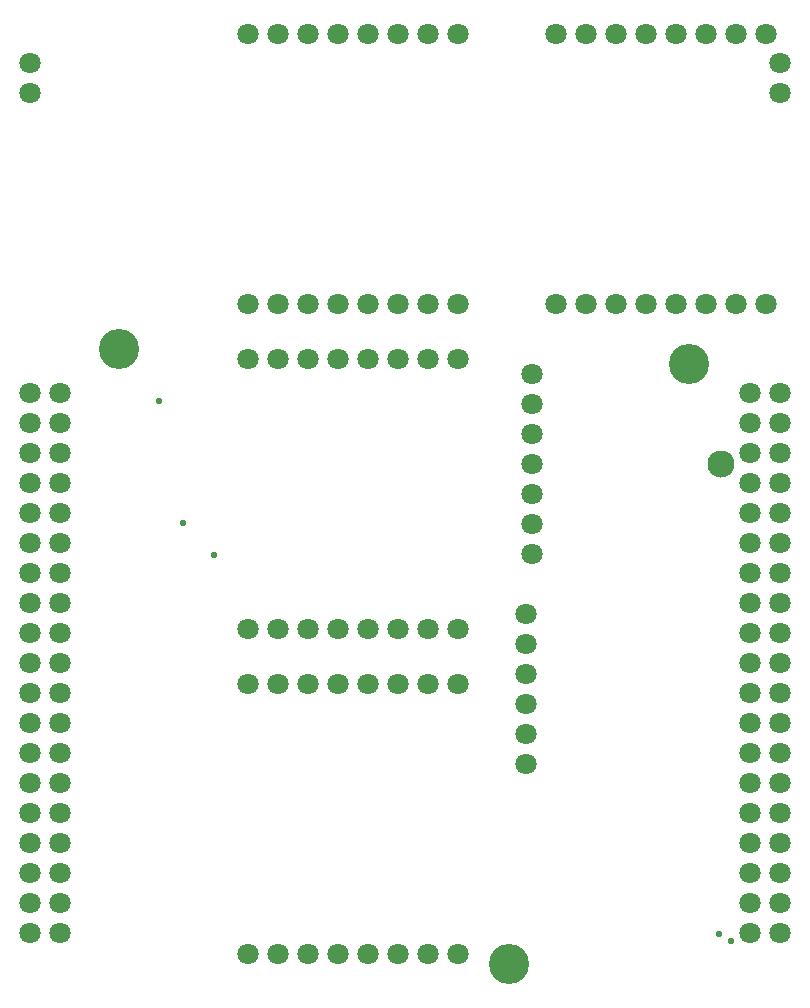
<source format=gbr>
%TF.GenerationSoftware,Altium Limited,Altium Designer,20.1.14 (287)*%
G04 Layer_Color=26163*
%FSLAX45Y45*%
%MOMM*%
%TF.SameCoordinates,7B5A7627-AB34-47FD-98C4-24A8EE2920DC*%
%TF.FilePolarity,Negative*%
%TF.FileFunction,Soldermask,Bot*%
%TF.Part,Single*%
G01*
G75*
%TA.AperFunction,ComponentPad*%
%ADD35C,1.80000*%
%ADD36C,2.30000*%
%TA.AperFunction,WasherPad*%
%ADD37C,3.40000*%
%TA.AperFunction,ViaPad*%
%ADD38C,0.55000*%
D35*
X4550000Y2733000D02*
D03*
X350000Y7654500D02*
D03*
Y7908500D02*
D03*
X6700000Y7654500D02*
D03*
Y7908500D02*
D03*
X6446000Y542500D02*
D03*
X6700000Y5114500D02*
D03*
Y4860500D02*
D03*
Y4606500D02*
D03*
Y4352500D02*
D03*
Y4098500D02*
D03*
Y3844500D02*
D03*
Y3590500D02*
D03*
Y3336500D02*
D03*
Y3082500D02*
D03*
Y2828500D02*
D03*
Y2574500D02*
D03*
Y2320500D02*
D03*
Y2066500D02*
D03*
Y1812500D02*
D03*
Y1558500D02*
D03*
Y1304500D02*
D03*
Y1050500D02*
D03*
Y796500D02*
D03*
Y542500D02*
D03*
X6446000Y5114500D02*
D03*
Y4860500D02*
D03*
Y4606500D02*
D03*
Y4352500D02*
D03*
Y4098500D02*
D03*
Y3844500D02*
D03*
Y3590500D02*
D03*
Y3336500D02*
D03*
Y3082500D02*
D03*
Y2828500D02*
D03*
Y2574500D02*
D03*
Y2320500D02*
D03*
Y2066500D02*
D03*
Y1812500D02*
D03*
Y1558500D02*
D03*
Y1304500D02*
D03*
Y1050500D02*
D03*
Y796500D02*
D03*
X604000Y5114500D02*
D03*
Y4860500D02*
D03*
Y4606500D02*
D03*
Y4352500D02*
D03*
Y4098500D02*
D03*
Y3844500D02*
D03*
Y3590500D02*
D03*
Y3336500D02*
D03*
Y3082500D02*
D03*
Y2828500D02*
D03*
Y2574500D02*
D03*
Y2320500D02*
D03*
Y2066500D02*
D03*
Y1812500D02*
D03*
Y1558500D02*
D03*
Y1304500D02*
D03*
Y1050500D02*
D03*
Y796500D02*
D03*
Y542500D02*
D03*
X350000Y5114500D02*
D03*
Y4860500D02*
D03*
Y4606500D02*
D03*
Y4352500D02*
D03*
Y4098500D02*
D03*
Y3844500D02*
D03*
Y3590500D02*
D03*
Y3336500D02*
D03*
Y3082500D02*
D03*
Y2828500D02*
D03*
Y2574500D02*
D03*
Y2320500D02*
D03*
Y2066500D02*
D03*
Y1812500D02*
D03*
Y1558500D02*
D03*
Y1304500D02*
D03*
Y1050500D02*
D03*
Y796500D02*
D03*
Y542500D02*
D03*
X6578000Y5864000D02*
D03*
X6324000D02*
D03*
X6070000D02*
D03*
X5816000D02*
D03*
X5562000D02*
D03*
X5308000D02*
D03*
X5054000D02*
D03*
X4800000D02*
D03*
Y8150000D02*
D03*
X5054000D02*
D03*
X5308000D02*
D03*
X5562000D02*
D03*
X5816000D02*
D03*
X6070000D02*
D03*
X6578000D02*
D03*
X6324000D02*
D03*
X2200000Y2650000D02*
D03*
X2454000D02*
D03*
X2708000D02*
D03*
X2962000D02*
D03*
X3216000D02*
D03*
X3470000D02*
D03*
X3724000D02*
D03*
X3978000D02*
D03*
Y364000D02*
D03*
X3724000D02*
D03*
X3470000D02*
D03*
X3216000D02*
D03*
X2962000D02*
D03*
X2708000D02*
D03*
X2200000D02*
D03*
X2454000D02*
D03*
X2200000Y5400000D02*
D03*
X2454000D02*
D03*
X2708000D02*
D03*
X2962000D02*
D03*
X3216000D02*
D03*
X3470000D02*
D03*
X3724000D02*
D03*
X3978000D02*
D03*
Y3114000D02*
D03*
X3724000D02*
D03*
X3470000D02*
D03*
X3216000D02*
D03*
X2962000D02*
D03*
X2708000D02*
D03*
X2200000D02*
D03*
X2454000D02*
D03*
Y5864000D02*
D03*
X2200000D02*
D03*
X2708000D02*
D03*
X2962000D02*
D03*
X3216000D02*
D03*
X3470000D02*
D03*
X3724000D02*
D03*
X3978000D02*
D03*
Y8150000D02*
D03*
X3724000D02*
D03*
X3470000D02*
D03*
X3216000D02*
D03*
X2962000D02*
D03*
X2708000D02*
D03*
X2454000D02*
D03*
X2200000D02*
D03*
X4550000Y3241000D02*
D03*
Y2479000D02*
D03*
Y2225000D02*
D03*
Y1971000D02*
D03*
Y2987000D02*
D03*
X4600000Y3749000D02*
D03*
Y4003000D02*
D03*
Y4257000D02*
D03*
Y4511000D02*
D03*
Y4765000D02*
D03*
Y5019000D02*
D03*
Y5273000D02*
D03*
D36*
X6199565Y4511635D02*
D03*
D37*
X4407135Y280135D02*
D03*
X5930835Y5359970D02*
D03*
X1104835Y5486970D02*
D03*
D38*
X1440000Y5050000D02*
D03*
X1650000Y4010000D02*
D03*
X1910000Y3740000D02*
D03*
X6284961Y477438D02*
D03*
X6179988Y529999D02*
D03*
%TF.MD5,4fe70cd6fb1b8dc753b6ed4104941d84*%
M02*

</source>
